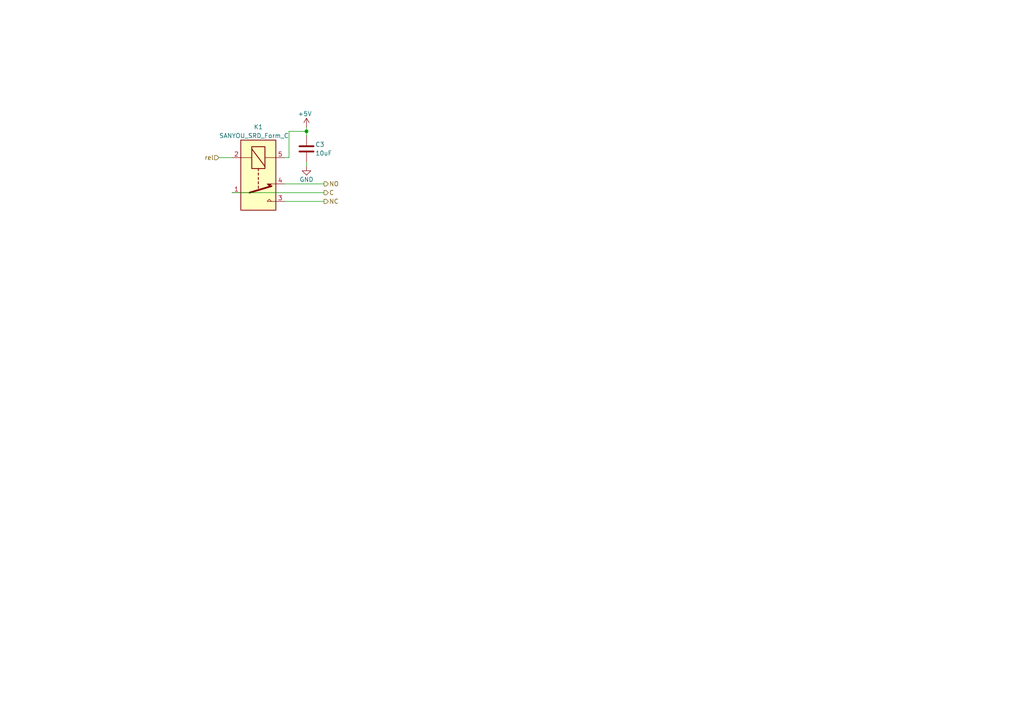
<source format=kicad_sch>
(kicad_sch (version 20230121) (generator eeschema)
  (paper "A4")
  (lib_symbols
    (symbol "Device:C" (pin_numbers hide) (pin_names (offset 0.254))
      (property "Reference" "C" (at 0.635 2.54 0))
      (property "Value" "C" (at 0.635 -2.54 0))
      (symbol "C_0_1"
        (polyline (pts (xy -2.032 -0.762) (xy 2.032 -0.762)) (stroke (width 0.508)))
        (polyline (pts (xy -2.032 0.762) (xy 2.032 0.762)) (stroke (width 0.508)))
      )
      (symbol "C_1_1"
        (pin passive line (at 0 3.81 270) (length 2.794) (name "~") (number "1"))
        (pin passive line (at 0 -3.81 90) (length 2.794) (name "~") (number "2"))
      )
    )
    (symbol "Relay:SANYOU_SRD_Form_C"
      (property "Reference" "K" (at 11.43 3.81 0))
      (property "Value" "SANYOU_SRD_Form_C" (at 11.43 1.27 0))
      (symbol "SANYOU_SRD_Form_C_0_0"
        (polyline (pts (xy 7.62 5.08) (xy 7.62 2.54) (xy 6.985 3.175) (xy 7.62 3.81)))
      )
      (symbol "SANYOU_SRD_Form_C_0_1"
        (rectangle (start -10.16 5.08) (end 10.16 -5.08) (stroke (width 0.254)) (fill (type background)))
        (rectangle (start -8.255 1.905) (end -1.905 -1.905) (stroke (width 0.254)))
        (polyline (pts (xy -7.62 -1.905) (xy -2.54 1.905)) (stroke (width 0.254)))
        (polyline (pts (xy -5.08 -5.08) (xy -5.08 -1.905)))
        (polyline (pts (xy -5.08 5.08) (xy -5.08 1.905)))
        (polyline (pts (xy -1.905 0) (xy -1.27 0)) (stroke (width 0.254)))
        (polyline (pts (xy -0.635 0) (xy 0 0)) (stroke (width 0.254)))
        (polyline (pts (xy 0.635 0) (xy 1.27 0)) (stroke (width 0.254)))
        (polyline (pts (xy 1.905 0) (xy 2.54 0)) (stroke (width 0.254)))
        (polyline (pts (xy 3.175 0) (xy 3.81 0)) (stroke (width 0.254)))
        (polyline (pts (xy 5.08 -2.54) (xy 3.175 3.81)) (stroke (width 0.508)))
        (polyline (pts (xy 5.08 -2.54) (xy 5.08 -5.08)))
      )
      (symbol "SANYOU_SRD_Form_C_1_1"
        (polyline (pts (xy 2.54 3.81) (xy 3.175 3.175) (xy 2.54 2.54) (xy 2.54 5.08)) (fill (type outline)))
        (pin passive line (at 5.08 -7.62 90) (length 2.54) (name "~") (number "1"))
        (pin passive line (at -5.08 -7.62 90) (length 2.54) (name "~") (number "2"))
        (pin passive line (at 7.62 7.62 270) (length 2.54) (name "~") (number "3"))
        (pin passive line (at 2.54 7.62 270) (length 2.54) (name "~") (number "4"))
        (pin passive line (at -5.08 7.62 270) (length 2.54) (name "~") (number "5"))
      )
    )
    (symbol "power:+5V" (power) (pin_names (offset 0))
      (property "Value" "+5V" (at 0 3.556 0))
      (symbol "+5V_0_1"
        (polyline (pts (xy -0.762 1.27) (xy 0 2.54)))
        (polyline (pts (xy 0 0) (xy 0 2.54)))
        (polyline (pts (xy 0 2.54) (xy 0.762 1.27)))
      )
      (symbol "+5V_1_1"
        (pin power_in line (at 0 0 90) (length 0) hide (name "+5V") (number "1"))
      )
    )
    (symbol "power:GND" (power) (pin_names (offset 0))
      (property "Value" "GND" (at 0 -3.81 0))
      (symbol "GND_0_1"
        (polyline (pts (xy 0 0) (xy 0 -1.27) (xy 1.27 -1.27) (xy 0 -2.54) (xy -1.27 -1.27) (xy 0 -1.27)))
      )
      (symbol "GND_1_1"
        (pin power_in line (at 0 0 270) (length 0) hide (name "GND") (number "1"))
      )
    )
  )
  (junction (at 88.9 38.1))
  (wire (pts (xy 82.55 53.34) (xy 93.98 53.34)))
  (wire (pts (xy 88.9 46.99) (xy 88.9 48.26)))
  (wire (pts (xy 82.55 58.42) (xy 93.98 58.42)))
  (wire (pts (xy 88.9 38.1) (xy 83.82 38.1)))
  (wire (pts (xy 63.5 45.72) (xy 67.31 45.72)))
  (wire (pts (xy 67.31 55.88) (xy 93.98 55.88)))
  (wire (pts (xy 88.9 38.1) (xy 88.9 39.37)))
  (wire (pts (xy 83.82 38.1) (xy 83.82 45.72)))
  (wire (pts (xy 88.9 36.83) (xy 88.9 38.1)))
  (wire (pts (xy 83.82 45.72) (xy 82.55 45.72)))
  (hierarchical_label "C" (shape output) (at 93.98 55.88 0))
  (hierarchical_label "NC" (shape output) (at 93.98 58.42 0))
  (hierarchical_label "rel" (shape input) (at 63.5 45.72 180))
  (hierarchical_label "NO" (shape output) (at 93.98 53.34 0))
  (symbol (lib_id "power:GND") (at 88.9 48.26 0) (unit 1)
    (property "Reference" "#PWR0104" (effects hide))
    (property "Value" "GND" (at 88.9 52.07 0))
    (instances (project "AquariumController" (path "" (reference "#PWR0104") (unit 1)) (path "" (reference "#PWR03") (unit 1)) (path "" (reference "#PWR018") (unit 1)) (path "" (reference "#PWR019") (unit 1))))
  )
  (symbol (lib_id "Relay:SANYOU_SRD_Form_C") (at 74.93 50.8 270) (unit 1) (in_bom no)
    (property "Reference" "K1" (at 74.93 36.83 90))
    (property "Value" "SANYOU_SRD_Form_C" (at 73.66 39.37 90))
    (property "Footprint" "Relay_THT:Relay_SPDT_SANYOU_SRD_Series_Form_C" (effects hide))
    (property "Datasheet" "http://www.sanyourelay.ca/public/products/pdf/SRD.pdf" (effects hide))
    (instances (project "AquariumController" (path "" (reference "K1") (unit 1)) (path "" (reference "K2") (unit 1)) (path "" (reference "K3") (unit 1))))
  )
  (symbol (lib_id "power:+5V") (at 88.9 36.83 0) (unit 1)
    (property "Reference" "#PWR0108" (effects hide))
    (property "Value" "+5V" (at 86.36 33.02 0) (effects (justify left)))
    (instances (project "AquariumController" (path "" (reference "#PWR0108") (unit 1)) (path "" (reference "#PWR01") (unit 1)) (path "" (reference "#PWR02") (unit 1))))
  )
  (symbol (lib_id "Device:C") (at 88.9 43.18 0) (unit 1)
    (property "Reference" "C3" (at 91.44 41.91 0) (effects (justify left)))
    (property "Value" "10uF" (at 91.44 44.45 0) (effects (justify left)))
    (property "Footprint" "Capacitor_SMD:C_0603_1608Metric" (effects hide))
    (property "JLCPCB Part #" "C19702" (effects hide))
    (instances (project "AquariumController" (path "" (reference "C3") (unit 1)) (path "" (reference "C4") (unit 1)) (path "" (reference "C5") (unit 1))))
  )
)
</source>
